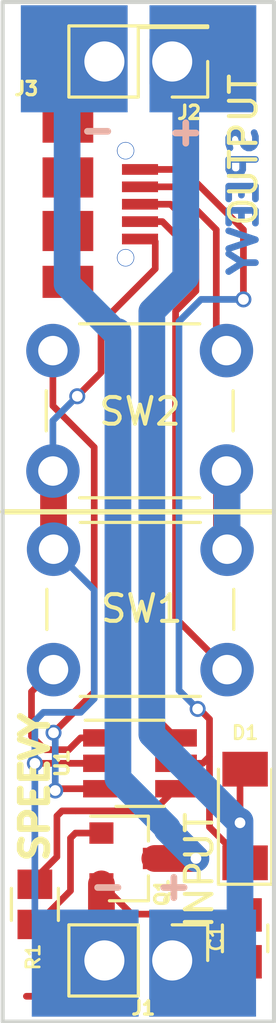
<source format=kicad_pcb>
(kicad_pcb (version 4) (host pcbnew 4.0.7)

  (general
    (links 29)
    (no_connects 8)
    (area 128.088999 65.9625 140.1755 104.2945)
    (thickness 1.6)
    (drawings 15)
    (tracks 132)
    (zones 0)
    (modules 10)
    (nets 12)
  )

  (page A4)
  (layers
    (0 F.Cu signal)
    (31 B.Cu signal)
    (32 B.Adhes user)
    (33 F.Adhes user)
    (34 B.Paste user)
    (35 F.Paste user)
    (36 B.SilkS user)
    (37 F.SilkS user)
    (38 B.Mask user)
    (39 F.Mask user)
    (40 Dwgs.User user)
    (41 Cmts.User user)
    (42 Eco1.User user)
    (43 Eco2.User user)
    (44 Edge.Cuts user)
    (45 Margin user)
    (46 B.CrtYd user)
    (47 F.CrtYd user)
    (48 B.Fab user)
    (49 F.Fab user)
  )

  (setup
    (last_trace_width 0.25)
    (user_trace_width 1)
    (trace_clearance 0.2)
    (zone_clearance 0.508)
    (zone_45_only no)
    (trace_min 0.2)
    (segment_width 0.2)
    (edge_width 0.15)
    (via_size 0.6)
    (via_drill 0.4)
    (via_min_size 0.4)
    (via_min_drill 0.3)
    (uvia_size 0.3)
    (uvia_drill 0.1)
    (uvias_allowed no)
    (uvia_min_size 0.2)
    (uvia_min_drill 0.1)
    (pcb_text_width 0.3)
    (pcb_text_size 1.5 1.5)
    (mod_edge_width 0.15)
    (mod_text_size 1 1)
    (mod_text_width 0.15)
    (pad_size 1.524 1.524)
    (pad_drill 0.762)
    (pad_to_mask_clearance 0.2)
    (aux_axis_origin 0 0)
    (grid_origin 128.27 104.14)
    (visible_elements 7FFFFFFF)
    (pcbplotparams
      (layerselection 0x010f0_80000001)
      (usegerberextensions false)
      (excludeedgelayer true)
      (linewidth 0.100000)
      (plotframeref false)
      (viasonmask false)
      (mode 1)
      (useauxorigin false)
      (hpglpennumber 1)
      (hpglpenspeed 20)
      (hpglpendiameter 15)
      (hpglpenoverlay 2)
      (psnegative false)
      (psa4output false)
      (plotreference true)
      (plotvalue true)
      (plotinvisibletext false)
      (padsonsilk false)
      (subtractmaskfromsilk false)
      (outputformat 1)
      (mirror false)
      (drillshape 0)
      (scaleselection 1)
      (outputdirectory ./))
  )

  (net 0 "")
  (net 1 VDD)
  (net 2 GNDD)
  (net 3 "Net-(J2-Pad2)")
  (net 4 "Net-(R1-Pad2)")
  (net 5 "Net-(J3-Pad2)")
  (net 6 "Net-(J3-Pad3)")
  (net 7 "Net-(J3-Pad4)")
  (net 8 "Net-(J3-Pad6)")
  (net 9 "Net-(Q1-Pad1)")
  (net 10 "Net-(C1-Pad2)")
  (net 11 "Net-(Q1-Pad3)")

  (net_class Default "This is the default net class."
    (clearance 0.2)
    (trace_width 0.25)
    (via_dia 0.6)
    (via_drill 0.4)
    (uvia_dia 0.3)
    (uvia_drill 0.1)
    (add_net GNDD)
    (add_net "Net-(C1-Pad2)")
    (add_net "Net-(J2-Pad2)")
    (add_net "Net-(J3-Pad2)")
    (add_net "Net-(J3-Pad3)")
    (add_net "Net-(J3-Pad4)")
    (add_net "Net-(J3-Pad6)")
    (add_net "Net-(Q1-Pad1)")
    (add_net "Net-(Q1-Pad3)")
    (add_net "Net-(R1-Pad2)")
    (add_net VDD)
  )

  (net_class power ""
    (clearance 0.2)
    (trace_width 1.27)
    (via_dia 0.6)
    (via_drill 0.4)
    (uvia_dia 0.3)
    (uvia_drill 0.1)
  )

  (module Pin_Headers:Pin_Header_Straight_2x01_Pitch2.54mm (layer F.Cu) (tedit 5E035006) (tstamp 5ABE7A15)
    (at 134.62 68.2625 180)
    (descr "Through hole straight pin header, 2x01, 2.54mm pitch, double rows")
    (tags "Through hole pin header THT 2x01 2.54mm double row")
    (path /5AB7E98F)
    (fp_text reference J2 (at -0.635 -1.905 180) (layer F.SilkS)
      (effects (font (size 0.5 0.5) (thickness 0.125)))
    )
    (fp_text value OUTPUT (at -2.667 -3.302 270) (layer F.SilkS)
      (effects (font (size 1 1) (thickness 0.15)))
    )
    (fp_line (start 0 -1.27) (end 3.81 -1.27) (layer F.Fab) (width 0.1))
    (fp_line (start 3.81 -1.27) (end 3.81 1.27) (layer F.Fab) (width 0.1))
    (fp_line (start 3.81 1.27) (end -1.27 1.27) (layer F.Fab) (width 0.1))
    (fp_line (start -1.27 1.27) (end -1.27 0) (layer F.Fab) (width 0.1))
    (fp_line (start -1.27 0) (end 0 -1.27) (layer F.Fab) (width 0.1))
    (fp_line (start -1.33 1.33) (end 3.87 1.33) (layer F.SilkS) (width 0.12))
    (fp_line (start -1.33 1.27) (end -1.33 1.33) (layer F.SilkS) (width 0.12))
    (fp_line (start 3.87 -1.33) (end 3.87 1.33) (layer F.SilkS) (width 0.12))
    (fp_line (start -1.33 1.27) (end 1.27 1.27) (layer F.SilkS) (width 0.12))
    (fp_line (start 1.27 1.27) (end 1.27 -1.33) (layer F.SilkS) (width 0.12))
    (fp_line (start 1.27 -1.33) (end 3.87 -1.33) (layer F.SilkS) (width 0.12))
    (fp_line (start -1.33 0) (end -1.33 -1.33) (layer F.SilkS) (width 0.12))
    (fp_line (start -1.33 -1.33) (end 0 -1.33) (layer F.SilkS) (width 0.12))
    (fp_line (start -1.8 -1.8) (end -1.8 1.8) (layer F.CrtYd) (width 0.05))
    (fp_line (start -1.8 1.8) (end 4.35 1.8) (layer F.CrtYd) (width 0.05))
    (fp_line (start 4.35 1.8) (end 4.35 -1.8) (layer F.CrtYd) (width 0.05))
    (fp_line (start 4.35 -1.8) (end -1.8 -1.8) (layer F.CrtYd) (width 0.05))
    (fp_text user %R (at -0.635 -1.905 360) (layer F.Fab)
      (effects (font (size 0.5 0.5) (thickness 0.125)))
    )
    (pad 1 thru_hole rect (at 0 0 180) (size 1.7 1.7) (drill 1.5) (layers *.Cu *.Mask)
      (net 1 VDD))
    (pad 2 thru_hole oval (at 2.54 0 180) (size 1.7 1.7) (drill 1.5) (layers *.Cu *.Mask)
      (net 3 "Net-(J2-Pad2)"))
    (pad 1 smd rect (at -1.15 0.1 180) (size 4 4) (layers B.Cu B.Paste B.Mask)
      (net 1 VDD))
    (pad 2 smd rect (at 3.67 0.1 180) (size 4 4) (layers B.Cu B.Paste B.Mask)
      (net 3 "Net-(J2-Pad2)"))
    (model ${KISYS3DMOD}/Pin_Headers.3dshapes/Pin_Header_Straight_2x01_Pitch2.54mm.wrl
      (at (xyz 0 0 0))
      (scale (xyz 1 1 1))
      (rotate (xyz 0 0 0))
    )
  )

  (module Pin_Headers:Pin_Header_Straight_1x02_Pitch2.54mm (layer F.Cu) (tedit 5E034FAA) (tstamp 5ABE79FD)
    (at 134.62 101.854 270)
    (descr "Through hole straight pin header, 1x02, 2.54mm pitch, single row")
    (tags "Through hole pin header THT 1x02 2.54mm single row")
    (path /5AB7E920)
    (fp_text reference J1 (at 1.778 1.0795 360) (layer F.SilkS)
      (effects (font (size 0.5 0.5) (thickness 0.125)))
    )
    (fp_text value INPUT (at -3.3655 -1.016 270) (layer F.SilkS)
      (effects (font (size 1 1) (thickness 0.15)))
    )
    (fp_line (start -0.635 -1.27) (end 1.27 -1.27) (layer F.Fab) (width 0.1))
    (fp_line (start 1.27 -1.27) (end 1.27 3.81) (layer F.Fab) (width 0.1))
    (fp_line (start 1.27 3.81) (end -1.27 3.81) (layer F.Fab) (width 0.1))
    (fp_line (start -1.27 3.81) (end -1.27 -0.635) (layer F.Fab) (width 0.1))
    (fp_line (start -1.27 -0.635) (end -0.635 -1.27) (layer F.Fab) (width 0.1))
    (fp_line (start -1.33 3.87) (end 1.33 3.87) (layer F.SilkS) (width 0.12))
    (fp_line (start -1.33 1.27) (end -1.33 3.87) (layer F.SilkS) (width 0.12))
    (fp_line (start 1.33 1.27) (end 1.33 3.87) (layer F.SilkS) (width 0.12))
    (fp_line (start -1.33 1.27) (end 1.33 1.27) (layer F.SilkS) (width 0.12))
    (fp_line (start -1.33 0) (end -1.33 -1.33) (layer F.SilkS) (width 0.12))
    (fp_line (start -1.33 -1.33) (end 0 -1.33) (layer F.SilkS) (width 0.12))
    (fp_line (start -1.8 -1.8) (end -1.8 4.35) (layer F.CrtYd) (width 0.05))
    (fp_line (start -1.8 4.35) (end 1.8 4.35) (layer F.CrtYd) (width 0.05))
    (fp_line (start 1.8 4.35) (end 1.8 -1.8) (layer F.CrtYd) (width 0.05))
    (fp_line (start 1.8 -1.8) (end -1.8 -1.8) (layer F.CrtYd) (width 0.05))
    (fp_text user %R (at 1.778 1.0795 360) (layer F.Fab)
      (effects (font (size 0.5 0.5) (thickness 0.125)))
    )
    (pad 2 smd rect (at 0.1 3.26 270) (size 4 4) (layers B.Cu B.Paste B.Mask)
      (net 2 GNDD))
    (pad 1 thru_hole rect (at 0 0 270) (size 1.7 1.7) (drill 1.5) (layers *.Cu *.Mask)
      (net 1 VDD))
    (pad 2 thru_hole oval (at 0 2.54 270) (size 1.7 1.7) (drill 1.5) (layers *.Cu *.Mask)
      (net 2 GNDD))
    (pad 1 smd rect (at 0.1 -1.14 270) (size 4 4) (layers B.Cu B.Paste B.Mask)
      (net 1 VDD))
    (model ${KISYS3DMOD}/Pin_Headers.3dshapes/Pin_Header_Straight_1x02_Pitch2.54mm.wrl
      (at (xyz 0 0 0))
      (scale (xyz 1 1 1))
      (rotate (xyz 0 0 0))
    )
  )

  (module Resistors_SMD:R_0805 (layer F.Cu) (tedit 5E03479D) (tstamp 5DF3B5C2)
    (at 129.4765 99.7585 90)
    (descr "Resistor SMD 0805, reflow soldering, Vishay (see dcrcw.pdf)")
    (tags "resistor 0805")
    (path /5AB7E7DA)
    (attr smd)
    (fp_text reference R1 (at -1.9685 -0.0635 90) (layer F.SilkS)
      (effects (font (size 0.5 0.5) (thickness 0.1)))
    )
    (fp_text value 10K (at 0 1.75 90) (layer F.Fab) hide
      (effects (font (size 1 1) (thickness 0.15)))
    )
    (fp_text user %R (at -1.9685 -0.0635 270) (layer F.Fab)
      (effects (font (size 0.5 0.5) (thickness 0.075)))
    )
    (fp_line (start -1 0.62) (end -1 -0.62) (layer F.Fab) (width 0.1))
    (fp_line (start 1 0.62) (end -1 0.62) (layer F.Fab) (width 0.1))
    (fp_line (start 1 -0.62) (end 1 0.62) (layer F.Fab) (width 0.1))
    (fp_line (start -1 -0.62) (end 1 -0.62) (layer F.Fab) (width 0.1))
    (fp_line (start 0.6 0.88) (end -0.6 0.88) (layer F.SilkS) (width 0.12))
    (fp_line (start -0.6 -0.88) (end 0.6 -0.88) (layer F.SilkS) (width 0.12))
    (fp_line (start -1.55 -0.9) (end 1.55 -0.9) (layer F.CrtYd) (width 0.05))
    (fp_line (start -1.55 -0.9) (end -1.55 0.9) (layer F.CrtYd) (width 0.05))
    (fp_line (start 1.55 0.9) (end 1.55 -0.9) (layer F.CrtYd) (width 0.05))
    (fp_line (start 1.55 0.9) (end -1.55 0.9) (layer F.CrtYd) (width 0.05))
    (pad 1 smd rect (at -0.75 0 90) (size 1.1 1.3) (layers F.Cu F.Paste F.Mask)
      (net 9 "Net-(Q1-Pad1)"))
    (pad 2 smd rect (at 0.75 0 90) (size 1.1 1.3) (layers F.Cu F.Paste F.Mask)
      (net 4 "Net-(R1-Pad2)"))
    (model ${KISYS3DMOD}/Resistors_SMD.3dshapes/R_0805.wrl
      (at (xyz 0 0 0))
      (scale (xyz 1 1 1))
      (rotate (xyz 0 0 0))
    )
  )

  (module Capacitors_SMD:C_0805 (layer F.Cu) (tedit 5E034639) (tstamp 5ABEAB39)
    (at 137.3505 101.0285 90)
    (descr "Capacitor SMD 0805, reflow soldering, AVX (see smccp.pdf)")
    (tags "capacitor 0805")
    (path /5ABEA9EA)
    (attr smd)
    (fp_text reference C1 (at 0 -1.0795 90) (layer F.SilkS)
      (effects (font (size 0.5 0.5) (thickness 0.1)))
    )
    (fp_text value 100nF (at 0 1.75 90) (layer F.Fab) hide
      (effects (font (size 1 1) (thickness 0.15)))
    )
    (fp_text user %R (at 0 -1.0795 90) (layer F.Fab)
      (effects (font (size 0.5 0.5) (thickness 0.1)))
    )
    (fp_line (start -1 0.62) (end -1 -0.62) (layer F.Fab) (width 0.1))
    (fp_line (start 1 0.62) (end -1 0.62) (layer F.Fab) (width 0.1))
    (fp_line (start 1 -0.62) (end 1 0.62) (layer F.Fab) (width 0.1))
    (fp_line (start -1 -0.62) (end 1 -0.62) (layer F.Fab) (width 0.1))
    (fp_line (start 0.5 -0.85) (end -0.5 -0.85) (layer F.SilkS) (width 0.12))
    (fp_line (start -0.5 0.85) (end 0.5 0.85) (layer F.SilkS) (width 0.12))
    (fp_line (start -1.75 -0.88) (end 1.75 -0.88) (layer F.CrtYd) (width 0.05))
    (fp_line (start -1.75 -0.88) (end -1.75 0.87) (layer F.CrtYd) (width 0.05))
    (fp_line (start 1.75 0.87) (end 1.75 -0.88) (layer F.CrtYd) (width 0.05))
    (fp_line (start 1.75 0.87) (end -1.75 0.87) (layer F.CrtYd) (width 0.05))
    (pad 1 smd rect (at -0.875 0 90) (size 1.25 1.25) (layers F.Cu F.Paste F.Mask)
      (net 2 GNDD))
    (pad 2 smd rect (at 0.875 0 90) (size 1.25 1.25) (layers F.Cu F.Paste F.Mask)
      (net 10 "Net-(C1-Pad2)"))
    (model Capacitors_SMD.3dshapes/C_0805.wrl
      (at (xyz 0 0 0))
      (scale (xyz 1 1 1))
      (rotate (xyz 0 0 0))
    )
  )

  (module Connectors_USB:USB_Micro-B_Molex-105017-0001 (layer F.Cu) (tedit 5DF50117) (tstamp 5AC1C41B)
    (at 131.064 73.5965 270)
    (descr http://www.molex.com/pdm_docs/sd/1050170001_sd.pdf)
    (tags "Micro-USB SMD Typ-B")
    (path /5ABE74D3)
    (attr smd)
    (fp_text reference J3 (at -4.318 1.905 360) (layer F.SilkS)
      (effects (font (size 0.5 0.5) (thickness 0.125)))
    )
    (fp_text value USB_OTG (at 2.54 -4.191 270) (layer F.Fab) hide
      (effects (font (size 0.5 0.5) (thickness 0.125)))
    )
    (fp_line (start -4.4 2.75) (end 4.4 2.75) (layer F.CrtYd) (width 0.05))
    (fp_line (start 4.4 -3.35) (end 4.4 2.75) (layer F.CrtYd) (width 0.05))
    (fp_line (start -4.4 -3.35) (end 4.4 -3.35) (layer F.CrtYd) (width 0.05))
    (fp_line (start -4.4 2.75) (end -4.4 -3.35) (layer F.CrtYd) (width 0.05))
    (fp_text user "PCB Edge" (at 0 1.8 270) (layer Dwgs.User)
      (effects (font (size 0.5 0.5) (thickness 0.08)))
    )
    (fp_line (start 3.75 2.5) (end 3.75 -2.5) (layer F.Fab) (width 0.1))
    (fp_line (start -3 1.801704) (end 3 1.801704) (layer F.Fab) (width 0.1))
    (fp_line (start -3.75 2.501704) (end 3.75 2.501704) (layer F.Fab) (width 0.1))
    (fp_line (start -3.75 -2.5) (end 3.75 -2.5) (layer F.Fab) (width 0.1))
    (fp_line (start -3.75 2.5) (end -3.75 -2.5) (layer F.Fab) (width 0.1))
    (fp_text user %R (at -4.318 1.905 360) (layer F.Fab)
      (effects (font (size 0.5 0.5) (thickness 0.125)))
    )
    (fp_line (start -1.3 -2.6) (end -1.5 -2.8) (layer F.Fab) (width 0.1))
    (fp_line (start -1.1 -2.8) (end -1.3 -2.6) (layer F.Fab) (width 0.1))
    (fp_line (start -1.5 -3.01) (end -1.1 -3.01) (layer F.Fab) (width 0.1))
    (fp_line (start -1.5 -3.01) (end -1.5 -2.8) (layer F.Fab) (width 0.1))
    (fp_line (start -1.1 -3.01) (end -1.1 -2.8) (layer F.Fab) (width 0.1))
    (pad 6 thru_hole circle (at -2 -1.81 270) (size 0.65 0.65) (drill 0.6) (layers *.Cu *.Mask)
      (net 8 "Net-(J3-Pad6)"))
    (pad 6 smd rect (at 1 0.35 270) (size 1.5 1.9) (layers F.Cu F.Paste F.Mask)
      (net 8 "Net-(J3-Pad6)"))
    (pad 2 smd rect (at -0.65 -2.35 270) (size 0.4 1.35) (layers F.Cu F.Paste F.Mask)
      (net 5 "Net-(J3-Pad2)"))
    (pad 1 smd rect (at -1.3 -2.35 270) (size 0.4 1.35) (layers F.Cu F.Paste F.Mask)
      (net 10 "Net-(C1-Pad2)"))
    (pad 5 smd rect (at 1.3 -2.35 270) (size 0.4 1.35) (layers F.Cu F.Paste F.Mask)
      (net 2 GNDD))
    (pad 4 smd rect (at 0.65 -2.35 270) (size 0.4 1.35) (layers F.Cu F.Paste F.Mask)
      (net 7 "Net-(J3-Pad4)"))
    (pad 3 smd rect (at 0 -2.35 270) (size 0.4 1.35) (layers F.Cu F.Paste F.Mask)
      (net 6 "Net-(J3-Pad3)"))
    (pad 6 smd rect (at -1 0.35 270) (size 1.5 1.9) (layers F.Cu F.Paste F.Mask)
      (net 8 "Net-(J3-Pad6)"))
    (pad 6 smd rect (at 2.9 0.35 270) (size 1.2 1.9) (layers F.Cu F.Mask)
      (net 8 "Net-(J3-Pad6)"))
    (pad 6 smd rect (at -2.9 0.35 270) (size 1.2 1.9) (layers F.Cu F.Mask)
      (net 8 "Net-(J3-Pad6)"))
    (pad 6 thru_hole circle (at 2 -1.81 270) (size 0.65 0.65) (drill 0.6) (layers *.Cu *.Mask)
      (net 8 "Net-(J3-Pad6)"))
    (model ${KISYS3DMOD}/Connectors_USB.3dshapes/USB_Micro-B_Molex-105017-0001.wrl
      (at (xyz 0 0 0))
      (scale (xyz 1 1 1))
      (rotate (xyz 0 0 0))
    )
  )

  (module TO_SOT_Packages_SMD:SOT-23 (layer F.Cu) (tedit 5DF529EC) (tstamp 5ABE7A59)
    (at 132.969 98.044)
    (descr "SOT-23, Standard")
    (tags SOT-23)
    (path /5ABE72C7)
    (attr smd)
    (fp_text reference Q1 (at 1.27 1.27 90) (layer F.SilkS)
      (effects (font (size 0.5 0.5) (thickness 0.125)))
    )
    (fp_text value SI2306 (at -2.413 -0.127 90) (layer F.Fab) hide
      (effects (font (size 0.7 0.7) (thickness 0.15)))
    )
    (fp_text user %R (at 1.27 1.27 90) (layer F.Fab)
      (effects (font (size 0.5 0.5) (thickness 0.075)))
    )
    (fp_line (start -0.7 -0.95) (end -0.7 1.5) (layer F.Fab) (width 0.1))
    (fp_line (start -0.15 -1.52) (end 0.7 -1.52) (layer F.Fab) (width 0.1))
    (fp_line (start -0.7 -0.95) (end -0.15 -1.52) (layer F.Fab) (width 0.1))
    (fp_line (start 0.7 -1.52) (end 0.7 1.52) (layer F.Fab) (width 0.1))
    (fp_line (start -0.7 1.52) (end 0.7 1.52) (layer F.Fab) (width 0.1))
    (fp_line (start 0.76 1.58) (end 0.76 0.65) (layer F.SilkS) (width 0.12))
    (fp_line (start 0.76 -1.58) (end 0.76 -0.65) (layer F.SilkS) (width 0.12))
    (fp_line (start -1.7 -1.75) (end 1.7 -1.75) (layer F.CrtYd) (width 0.05))
    (fp_line (start 1.7 -1.75) (end 1.7 1.75) (layer F.CrtYd) (width 0.05))
    (fp_line (start 1.7 1.75) (end -1.7 1.75) (layer F.CrtYd) (width 0.05))
    (fp_line (start -1.7 1.75) (end -1.7 -1.75) (layer F.CrtYd) (width 0.05))
    (fp_line (start 0.76 -1.58) (end -1.4 -1.58) (layer F.SilkS) (width 0.12))
    (fp_line (start 0.76 1.58) (end -0.7 1.58) (layer F.SilkS) (width 0.12))
    (pad 1 smd rect (at -1 -0.95) (size 0.9 0.8) (layers F.Cu F.Paste F.Mask)
      (net 9 "Net-(Q1-Pad1)"))
    (pad 2 smd rect (at -1 0.95) (size 0.9 0.8) (layers F.Cu F.Paste F.Mask)
      (net 2 GNDD))
    (pad 3 smd rect (at 1 0) (size 0.9 0.8) (layers F.Cu F.Paste F.Mask)
      (net 11 "Net-(Q1-Pad3)"))
    (model ${KISYS3DMOD}/TO_SOT_Packages_SMD.3dshapes/SOT-23.wrl
      (at (xyz 0 0 0))
      (scale (xyz 1 1 1))
      (rotate (xyz 0 0 0))
    )
  )

  (module TO_SOT_Packages_SMD:SOT-23-6_Handsoldering (layer F.Cu) (tedit 5DF529F3) (tstamp 5ABE7B94)
    (at 133.4135 94.488)
    (descr "6-pin SOT-23 package, Handsoldering")
    (tags "SOT-23-6 Handsoldering")
    (path /5AB7E516)
    (attr smd)
    (fp_text reference U1 (at -2.921 0 90) (layer F.SilkS)
      (effects (font (size 0.5 0.5) (thickness 0.125)))
    )
    (fp_text value PIC10F200-IP (at -2.794 -0.381 90) (layer F.Fab) hide
      (effects (font (size 0.7 0.7) (thickness 0.15)))
    )
    (fp_text user %R (at -2.921 0 90) (layer F.Fab)
      (effects (font (size 0.5 0.5) (thickness 0.075)))
    )
    (fp_line (start -0.9 1.61) (end 0.9 1.61) (layer F.SilkS) (width 0.12))
    (fp_line (start 0.9 -1.61) (end -2.05 -1.61) (layer F.SilkS) (width 0.12))
    (fp_line (start -2.4 1.8) (end -2.4 -1.8) (layer F.CrtYd) (width 0.05))
    (fp_line (start 2.4 1.8) (end -2.4 1.8) (layer F.CrtYd) (width 0.05))
    (fp_line (start 2.4 -1.8) (end 2.4 1.8) (layer F.CrtYd) (width 0.05))
    (fp_line (start -2.4 -1.8) (end 2.4 -1.8) (layer F.CrtYd) (width 0.05))
    (fp_line (start -0.9 -0.9) (end -0.25 -1.55) (layer F.Fab) (width 0.1))
    (fp_line (start 0.9 -1.55) (end -0.25 -1.55) (layer F.Fab) (width 0.1))
    (fp_line (start -0.9 -0.9) (end -0.9 1.55) (layer F.Fab) (width 0.1))
    (fp_line (start 0.9 1.55) (end -0.9 1.55) (layer F.Fab) (width 0.1))
    (fp_line (start 0.9 -1.55) (end 0.9 1.55) (layer F.Fab) (width 0.1))
    (pad 1 smd rect (at -1.35 -0.95) (size 1.56 0.65) (layers F.Cu F.Paste F.Mask)
      (net 6 "Net-(J3-Pad3)"))
    (pad 2 smd rect (at -1.35 0) (size 1.56 0.65) (layers F.Cu F.Paste F.Mask)
      (net 2 GNDD))
    (pad 3 smd rect (at -1.35 0.95) (size 1.56 0.65) (layers F.Cu F.Paste F.Mask)
      (net 5 "Net-(J3-Pad2)"))
    (pad 4 smd rect (at 1.35 0.95) (size 1.56 0.65) (layers F.Cu F.Paste F.Mask)
      (net 4 "Net-(R1-Pad2)"))
    (pad 6 smd rect (at 1.35 -0.95) (size 1.56 0.65) (layers F.Cu F.Paste F.Mask)
      (net 7 "Net-(J3-Pad4)"))
    (pad 5 smd rect (at 1.35 0) (size 1.56 0.65) (layers F.Cu F.Paste F.Mask)
      (net 10 "Net-(C1-Pad2)"))
    (model ${KISYS3DMOD}/TO_SOT_Packages_SMD.3dshapes/SOT-23-6.wrl
      (at (xyz 0 0 0))
      (scale (xyz 1 1 1))
      (rotate (xyz 0 0 0))
    )
  )

  (module Buttons_Switches_THT:SW_PUSH_6mm_h7.3mm (layer F.Cu) (tedit 5DF529A6) (tstamp 5AC3F31A)
    (at 130.175 86.487)
    (descr "tactile push button, 6x6mm e.g. PHAP33xx series, height=7.3mm")
    (tags "tact sw push 6mm")
    (path /5AB7E63F)
    (fp_text reference SW1 (at 3.302 2.2225) (layer F.SilkS)
      (effects (font (size 1 1) (thickness 0.15)))
    )
    (fp_text value "SW DOWN" (at 3.175 3.175) (layer F.Fab)
      (effects (font (size 0.5 0.5) (thickness 0.125)))
    )
    (fp_text user %R (at 3.25 2.25) (layer F.Fab)
      (effects (font (size 1 1) (thickness 0.15)))
    )
    (fp_line (start 3.25 -0.75) (end 6.25 -0.75) (layer F.Fab) (width 0.1))
    (fp_line (start 6.25 -0.75) (end 6.25 5.25) (layer F.Fab) (width 0.1))
    (fp_line (start 6.25 5.25) (end 0.25 5.25) (layer F.Fab) (width 0.1))
    (fp_line (start 0.25 5.25) (end 0.25 -0.75) (layer F.Fab) (width 0.1))
    (fp_line (start 0.25 -0.75) (end 3.25 -0.75) (layer F.Fab) (width 0.1))
    (fp_line (start 7.75 6) (end 8 6) (layer F.CrtYd) (width 0.05))
    (fp_line (start 8 6) (end 8 5.75) (layer F.CrtYd) (width 0.05))
    (fp_line (start 7.75 -1.5) (end 8 -1.5) (layer F.CrtYd) (width 0.05))
    (fp_line (start 8 -1.5) (end 8 -1.25) (layer F.CrtYd) (width 0.05))
    (fp_line (start -1.5 -1.25) (end -1.5 -1.5) (layer F.CrtYd) (width 0.05))
    (fp_line (start -1.5 -1.5) (end -1.25 -1.5) (layer F.CrtYd) (width 0.05))
    (fp_line (start -1.5 5.75) (end -1.5 6) (layer F.CrtYd) (width 0.05))
    (fp_line (start -1.5 6) (end -1.25 6) (layer F.CrtYd) (width 0.05))
    (fp_line (start -1.25 -1.5) (end 7.75 -1.5) (layer F.CrtYd) (width 0.05))
    (fp_line (start -1.5 5.75) (end -1.5 -1.25) (layer F.CrtYd) (width 0.05))
    (fp_line (start 7.75 6) (end -1.25 6) (layer F.CrtYd) (width 0.05))
    (fp_line (start 8 -1.25) (end 8 5.75) (layer F.CrtYd) (width 0.05))
    (fp_line (start 1 5.5) (end 5.5 5.5) (layer F.SilkS) (width 0.12))
    (fp_line (start -0.25 1.5) (end -0.25 3) (layer F.SilkS) (width 0.12))
    (fp_line (start 5.5 -1) (end 1 -1) (layer F.SilkS) (width 0.12))
    (fp_line (start 6.75 3) (end 6.75 1.5) (layer F.SilkS) (width 0.12))
    (fp_circle (center 3.25 2.25) (end 1.25 2.5) (layer F.Fab) (width 0.1))
    (pad 2 thru_hole circle (at 0 4.5 90) (size 2 2) (drill 1.1) (layers *.Cu *.Mask)
      (net 6 "Net-(J3-Pad3)"))
    (pad 1 thru_hole circle (at 0 0 90) (size 2 2) (drill 1.1) (layers *.Cu *.Mask)
      (net 2 GNDD))
    (pad 2 thru_hole circle (at 6.5 4.5 90) (size 2 2) (drill 1.1) (layers *.Cu *.Mask)
      (net 6 "Net-(J3-Pad3)"))
    (pad 1 thru_hole circle (at 6.5 0 90) (size 2 2) (drill 1.1) (layers *.Cu *.Mask)
      (net 2 GNDD))
    (model ${KISYS3DMOD}/Buttons_Switches_THT.3dshapes/SW_PUSH_6mm_h7.3mm.wrl
      (at (xyz 0.005 0 0))
      (scale (xyz 0.3937 0.3937 0.3937))
      (rotate (xyz 0 0 0))
    )
  )

  (module Buttons_Switches_THT:SW_PUSH_6mm_h7.3mm (layer F.Cu) (tedit 5DF529AE) (tstamp 5AC3F339)
    (at 136.652 83.566 180)
    (descr "tactile push button, 6x6mm e.g. PHAP33xx series, height=7.3mm")
    (tags "tact sw push 6mm")
    (path /5AB7E6A8)
    (fp_text reference SW2 (at 3.2385 2.2225 180) (layer F.SilkS)
      (effects (font (size 1 1) (thickness 0.15)))
    )
    (fp_text value "SW UP" (at 3.3655 3.302 180) (layer F.Fab)
      (effects (font (size 0.5 0.5) (thickness 0.125)))
    )
    (fp_text user %R (at 3.25 2.25 180) (layer F.Fab)
      (effects (font (size 1 1) (thickness 0.15)))
    )
    (fp_line (start 3.25 -0.75) (end 6.25 -0.75) (layer F.Fab) (width 0.1))
    (fp_line (start 6.25 -0.75) (end 6.25 5.25) (layer F.Fab) (width 0.1))
    (fp_line (start 6.25 5.25) (end 0.25 5.25) (layer F.Fab) (width 0.1))
    (fp_line (start 0.25 5.25) (end 0.25 -0.75) (layer F.Fab) (width 0.1))
    (fp_line (start 0.25 -0.75) (end 3.25 -0.75) (layer F.Fab) (width 0.1))
    (fp_line (start 7.75 6) (end 8 6) (layer F.CrtYd) (width 0.05))
    (fp_line (start 8 6) (end 8 5.75) (layer F.CrtYd) (width 0.05))
    (fp_line (start 7.75 -1.5) (end 8 -1.5) (layer F.CrtYd) (width 0.05))
    (fp_line (start 8 -1.5) (end 8 -1.25) (layer F.CrtYd) (width 0.05))
    (fp_line (start -1.5 -1.25) (end -1.5 -1.5) (layer F.CrtYd) (width 0.05))
    (fp_line (start -1.5 -1.5) (end -1.25 -1.5) (layer F.CrtYd) (width 0.05))
    (fp_line (start -1.5 5.75) (end -1.5 6) (layer F.CrtYd) (width 0.05))
    (fp_line (start -1.5 6) (end -1.25 6) (layer F.CrtYd) (width 0.05))
    (fp_line (start -1.25 -1.5) (end 7.75 -1.5) (layer F.CrtYd) (width 0.05))
    (fp_line (start -1.5 5.75) (end -1.5 -1.25) (layer F.CrtYd) (width 0.05))
    (fp_line (start 7.75 6) (end -1.25 6) (layer F.CrtYd) (width 0.05))
    (fp_line (start 8 -1.25) (end 8 5.75) (layer F.CrtYd) (width 0.05))
    (fp_line (start 1 5.5) (end 5.5 5.5) (layer F.SilkS) (width 0.12))
    (fp_line (start -0.25 1.5) (end -0.25 3) (layer F.SilkS) (width 0.12))
    (fp_line (start 5.5 -1) (end 1 -1) (layer F.SilkS) (width 0.12))
    (fp_line (start 6.75 3) (end 6.75 1.5) (layer F.SilkS) (width 0.12))
    (fp_circle (center 3.25 2.25) (end 1.25 2.5) (layer F.Fab) (width 0.1))
    (pad 2 thru_hole circle (at 0 4.5 270) (size 2 2) (drill 1.1) (layers *.Cu *.Mask)
      (net 5 "Net-(J3-Pad2)"))
    (pad 1 thru_hole circle (at 0 0 270) (size 2 2) (drill 1.1) (layers *.Cu *.Mask)
      (net 2 GNDD))
    (pad 2 thru_hole circle (at 6.5 4.5 270) (size 2 2) (drill 1.1) (layers *.Cu *.Mask)
      (net 5 "Net-(J3-Pad2)"))
    (pad 1 thru_hole circle (at 6.5 0 270) (size 2 2) (drill 1.1) (layers *.Cu *.Mask)
      (net 2 GNDD))
    (model ${KISYS3DMOD}/Buttons_Switches_THT.3dshapes/SW_PUSH_6mm_h7.3mm.wrl
      (at (xyz 0.005 0 0))
      (scale (xyz 0.3937 0.3937 0.3937))
      (rotate (xyz 0 0 0))
    )
  )

  (module Diodes_SMD:D_MiniMELF (layer F.Cu) (tedit 5DF52A04) (tstamp 5DF3A612)
    (at 137.3505 96.4565 90)
    (descr "Diode Mini-MELF")
    (tags "Diode Mini-MELF")
    (path /5DF3A479)
    (attr smd)
    (fp_text reference D1 (at 3.1115 0 180) (layer F.SilkS)
      (effects (font (size 0.5 0.5) (thickness 0.1)))
    )
    (fp_text value 1N4148 (at 0 1.75 90) (layer F.Fab) hide
      (effects (font (size 1 1) (thickness 0.15)))
    )
    (fp_text user %R (at 3.1115 0 180) (layer F.Fab)
      (effects (font (size 0.5 0.5) (thickness 0.1)))
    )
    (fp_line (start 1.75 -1) (end -2.55 -1) (layer F.SilkS) (width 0.12))
    (fp_line (start -2.55 -1) (end -2.55 1) (layer F.SilkS) (width 0.12))
    (fp_line (start -2.55 1) (end 1.75 1) (layer F.SilkS) (width 0.12))
    (fp_line (start 1.65 -0.8) (end 1.65 0.8) (layer F.Fab) (width 0.1))
    (fp_line (start 1.65 0.8) (end -1.65 0.8) (layer F.Fab) (width 0.1))
    (fp_line (start -1.65 0.8) (end -1.65 -0.8) (layer F.Fab) (width 0.1))
    (fp_line (start -1.65 -0.8) (end 1.65 -0.8) (layer F.Fab) (width 0.1))
    (fp_line (start 0.25 0) (end 0.75 0) (layer F.Fab) (width 0.1))
    (fp_line (start 0.25 0.4) (end -0.35 0) (layer F.Fab) (width 0.1))
    (fp_line (start 0.25 -0.4) (end 0.25 0.4) (layer F.Fab) (width 0.1))
    (fp_line (start -0.35 0) (end 0.25 -0.4) (layer F.Fab) (width 0.1))
    (fp_line (start -0.35 0) (end -0.35 0.55) (layer F.Fab) (width 0.1))
    (fp_line (start -0.35 0) (end -0.35 -0.55) (layer F.Fab) (width 0.1))
    (fp_line (start -0.75 0) (end -0.35 0) (layer F.Fab) (width 0.1))
    (fp_line (start -2.65 -1.1) (end 2.65 -1.1) (layer F.CrtYd) (width 0.05))
    (fp_line (start 2.65 -1.1) (end 2.65 1.1) (layer F.CrtYd) (width 0.05))
    (fp_line (start 2.65 1.1) (end -2.65 1.1) (layer F.CrtYd) (width 0.05))
    (fp_line (start -2.65 1.1) (end -2.65 -1.1) (layer F.CrtYd) (width 0.05))
    (pad 1 smd rect (at -1.75 0 90) (size 1.3 1.7) (layers F.Cu F.Paste F.Mask)
      (net 10 "Net-(C1-Pad2)"))
    (pad 2 smd rect (at 1.75 0 90) (size 1.3 1.7) (layers F.Cu F.Paste F.Mask)
      (net 1 VDD))
    (model ${KISYS3DMOD}/Diodes_SMD.3dshapes/D_MiniMELF.wrl
      (at (xyz 0 0 0))
      (scale (xyz 1 1 1))
      (rotate (xyz 0 0 0))
    )
  )

  (gr_text - (at 131.826 70.8025) (layer B.SilkS)
    (effects (font (size 1 1) (thickness 0.25)))
  )
  (gr_text + (at 135.128 70.866) (layer B.SilkS)
    (effects (font (size 1 1) (thickness 0.25)))
  )
  (gr_text - (at 132.207 99.06) (layer B.SilkS)
    (effects (font (size 1 1) (thickness 0.25)))
  )
  (gr_text + (at 134.6835 99.06) (layer B.SilkS)
    (effects (font (size 1 1) (thickness 0.25)))
  )
  (gr_text SPEEVY (at 137.287 73.4695 90) (layer B.Cu)
    (effects (font (size 1 1) (thickness 0.25)) (justify mirror))
  )
  (gr_text + (at 137.16 103.124) (layer F.Cu)
    (effects (font (size 1 1) (thickness 0.25)))
  )
  (gr_text SPEEVY (at 129.4765 95.377 90) (layer F.SilkS)
    (effects (font (size 1 1) (thickness 0.25)))
  )
  (gr_text + (at 137.16 67.056) (layer F.Cu)
    (effects (font (size 1 1) (thickness 0.25)))
  )
  (gr_text - (at 129.54 67.056) (layer F.Cu)
    (effects (font (size 1 1) (thickness 0.25)))
  )
  (gr_text - (at 129.54 103.124) (layer F.Cu)
    (effects (font (size 1 1) (thickness 0.25)))
  )
  (gr_line (start 128.27 85.09) (end 138.43 85.09) (angle 90) (layer F.SilkS) (width 0.2))
  (gr_line (start 138.43 66.04) (end 128.27 66.04) (angle 90) (layer Edge.Cuts) (width 0.15))
  (gr_line (start 138.43 104.14) (end 138.43 66.04) (angle 90) (layer Edge.Cuts) (width 0.15))
  (gr_line (start 128.27 104.14) (end 138.43 104.14) (angle 90) (layer Edge.Cuts) (width 0.15))
  (gr_line (start 128.27 66.04) (end 128.27 104.14) (angle 90) (layer Edge.Cuts) (width 0.15))

  (segment (start 137.16 96.7105) (end 137.16 94.897) (width 0.25) (layer F.Cu) (net 1))
  (segment (start 137.16 94.897) (end 137.3505 94.7065) (width 0.25) (layer F.Cu) (net 1) (tstamp 5DF52849))
  (segment (start 137.16 96.7105) (end 137.12825 96.67875) (width 0.25) (layer B.Cu) (net 1) (tstamp 5DF5282B))
  (via (at 137.16 96.7105) (size 0.6) (drill 0.4) (layers F.Cu B.Cu) (net 1))
  (segment (start 135.128 76.2) (end 135.128 76.327) (width 1) (layer B.Cu) (net 1))
  (segment (start 135.128 68.8975) (end 135.128 76.2) (width 1) (layer B.Cu) (net 1) (tstamp 5DF3B13C) (status 10))
  (segment (start 133.858 93.4085) (end 137.12825 96.67875) (width 1) (layer B.Cu) (net 1) (tstamp 5DF50C7B))
  (segment (start 133.858 77.597) (end 133.858 93.4085) (width 1) (layer B.Cu) (net 1) (tstamp 5DF50C6D))
  (segment (start 135.128 76.327) (end 133.858 77.597) (width 1) (layer B.Cu) (net 1) (tstamp 5DF50C61))
  (segment (start 137.16 101.727) (end 137.16 96.647) (width 1) (layer B.Cu) (net 1) (tstamp 5AC1C7D8) (status 10))
  (segment (start 134.62 68.2625) (end 134.62 68.3895) (width 1) (layer B.Cu) (net 1) (status 30))
  (segment (start 134.62 68.3895) (end 135.128 68.8975) (width 1) (layer B.Cu) (net 1) (tstamp 5DF3B135) (status 30))
  (segment (start 134.62 101.981) (end 136.906 101.981) (width 1) (layer B.Cu) (net 1) (status 30))
  (segment (start 136.906 101.981) (end 137.16 101.727) (width 1) (layer B.Cu) (net 1) (tstamp 5AC1C828) (status 30))
  (segment (start 133.731 100.1235) (end 135.4455 100.1235) (width 0.25) (layer F.Cu) (net 2))
  (segment (start 135.4455 100.1235) (end 137.3505 102.0285) (width 0.25) (layer F.Cu) (net 2) (tstamp 5DF527F5))
  (segment (start 131.969 98.994) (end 131.969 100.695) (width 1) (layer F.Cu) (net 2))
  (segment (start 132.08 100.806) (end 132.08 101.854) (width 1) (layer F.Cu) (net 2) (tstamp 5DF520FC))
  (segment (start 131.969 100.695) (end 132.08 100.806) (width 1) (layer F.Cu) (net 2) (tstamp 5DF520F8))
  (segment (start 133.162 100.1235) (end 133.0985 100.1235) (width 0.25) (layer F.Cu) (net 2))
  (segment (start 133.731 100.1235) (end 133.162 100.1235) (width 0.25) (layer F.Cu) (net 2))
  (segment (start 133.0985 100.1235) (end 131.969 98.994) (width 0.25) (layer F.Cu) (net 2) (tstamp 5DF520E1))
  (segment (start 129.4765 94.488) (end 129.4765 92.9005) (width 0.25) (layer B.Cu) (net 2))
  (segment (start 129.794 92.583) (end 131.191 92.583) (width 0.25) (layer B.Cu) (net 2) (tstamp 5DF3AB58))
  (segment (start 131.191 92.583) (end 131.699 92.075) (width 0.25) (layer B.Cu) (net 2) (tstamp 5DF3AB63))
  (segment (start 131.699 92.075) (end 131.699 88.011) (width 0.25) (layer B.Cu) (net 2) (tstamp 5DF3AB68))
  (segment (start 131.699 88.011) (end 130.175 86.487) (width 0.25) (layer B.Cu) (net 2) (tstamp 5DF3AB71))
  (segment (start 129.4765 92.9005) (end 129.794 92.583) (width 0.25) (layer B.Cu) (net 2) (tstamp 5DF50DC3))
  (segment (start 129.4765 100.0705) (end 129.4765 99.568) (width 0.25) (layer B.Cu) (net 2))
  (segment (start 129.4765 99.568) (end 129.4765 94.488) (width 0.25) (layer B.Cu) (net 2))
  (segment (start 129.4765 100.0705) (end 131.36 101.954) (width 0.25) (layer B.Cu) (net 2) (tstamp 5DF50DA4))
  (segment (start 133.731 100.1235) (end 133.6835 100.1235) (width 0.25) (layer F.Cu) (net 2) (tstamp 5DF509C3))
  (segment (start 133.985 74.9935) (end 133.985 76.0095) (width 0.25) (layer F.Cu) (net 2))
  (segment (start 131.953 79.883) (end 131.064 80.772) (width 0.25) (layer F.Cu) (net 2) (tstamp 5DF3AC5E))
  (via (at 131.064 80.772) (size 0.6) (drill 0.4) (layers F.Cu B.Cu) (net 2))
  (segment (start 131.064 80.772) (end 130.152 81.684) (width 0.25) (layer B.Cu) (net 2) (tstamp 5DF3AC6B))
  (segment (start 130.152 81.684) (end 130.152 83.566) (width 0.25) (layer B.Cu) (net 2) (tstamp 5DF3AC6C))
  (segment (start 131.953 78.0415) (end 131.953 79.502) (width 0.25) (layer F.Cu) (net 2) (tstamp 5AC3F55D))
  (segment (start 133.985 76.0095) (end 131.953 78.0415) (width 0.25) (layer F.Cu) (net 2) (tstamp 5AC3F552))
  (segment (start 131.953 79.502) (end 131.953 79.883) (width 0.25) (layer F.Cu) (net 2))
  (segment (start 133.985 74.9935) (end 133.888 74.8965) (width 0.25) (layer F.Cu) (net 2) (tstamp 5DF50735))
  (segment (start 133.888 74.8965) (end 133.414 74.8965) (width 0.25) (layer F.Cu) (net 2) (tstamp 5DF5073E))
  (segment (start 132.0635 94.488) (end 129.4765 94.488) (width 0.25) (layer F.Cu) (net 2))
  (via (at 129.4765 94.488) (size 0.6) (drill 0.4) (layers F.Cu B.Cu) (net 2))
  (segment (start 129.4765 94.488) (end 129.3495 94.361) (width 0.25) (layer B.Cu) (net 2) (tstamp 5DF3AB3E))
  (segment (start 130.175 86.487) (end 130.175 83.589) (width 1) (layer F.Cu) (net 2))
  (segment (start 130.175 83.589) (end 130.152 83.566) (width 1) (layer F.Cu) (net 2) (tstamp 5AC3F6A3))
  (segment (start 136.652 83.566) (end 136.652 86.464) (width 1) (layer F.Cu) (net 2))
  (segment (start 136.652 86.464) (end 136.675 86.487) (width 1) (layer F.Cu) (net 2) (tstamp 5AC3F69D))
  (segment (start 136.675 86.487) (end 136.675 83.589) (width 1) (layer B.Cu) (net 2))
  (segment (start 136.675 83.589) (end 136.652 83.566) (width 1) (layer B.Cu) (net 2) (tstamp 5AC3F680))
  (segment (start 130.175 83.589) (end 130.152 83.566) (width 1) (layer B.Cu) (net 2) (tstamp 5AC3F672))
  (segment (start 131.003 96.266) (end 130.4925 96.266) (width 0.25) (layer F.Cu) (net 4))
  (segment (start 133.9215 96.266) (end 131.003 96.266) (width 0.25) (layer F.Cu) (net 4) (tstamp 5DF3B62D))
  (segment (start 134.7495 95.438) (end 133.9215 96.266) (width 0.25) (layer F.Cu) (net 4) (tstamp 5DF3B62C))
  (segment (start 130.302 97.983) (end 129.4765 98.8085) (width 0.25) (layer F.Cu) (net 4) (tstamp 5DF5206C))
  (segment (start 130.302 96.4565) (end 130.302 97.983) (width 0.25) (layer F.Cu) (net 4) (tstamp 5DF52064))
  (segment (start 130.4925 96.266) (end 130.302 96.4565) (width 0.25) (layer F.Cu) (net 4) (tstamp 5DF52057))
  (segment (start 134.7635 95.438) (end 134.7495 95.438) (width 0.25) (layer F.Cu) (net 4))
  (segment (start 130.2385 95.504) (end 130.2385 93.4085) (width 0.25) (layer B.Cu) (net 5))
  (segment (start 130.3045 95.438) (end 130.2385 95.504) (width 0.25) (layer F.Cu) (net 5) (tstamp 5AC1C90A))
  (via (at 130.2385 95.504) (size 0.6) (drill 0.4) (layers F.Cu B.Cu) (net 5))
  (via (at 130.175 93.345) (size 0.6) (drill 0.4) (layers F.Cu B.Cu) (net 5))
  (segment (start 132.0635 95.438) (end 130.3045 95.438) (width 0.25) (layer F.Cu) (net 5))
  (segment (start 130.152 81.13) (end 131.699 82.677) (width 0.25) (layer F.Cu) (net 5) (tstamp 5DF3AC05))
  (segment (start 131.699 82.677) (end 131.699 91.821) (width 0.25) (layer F.Cu) (net 5) (tstamp 5DF3AC1F))
  (segment (start 131.699 91.821) (end 130.175 93.345) (width 0.25) (layer F.Cu) (net 5) (tstamp 5DF3AC23))
  (segment (start 130.152 81.13) (end 130.152 79.066) (width 0.25) (layer F.Cu) (net 5))
  (segment (start 130.2385 93.4085) (end 130.175 93.345) (width 0.25) (layer B.Cu) (net 5) (tstamp 5DF50DCA))
  (segment (start 136.271 77.851) (end 136.271 74.549) (width 0.25) (layer F.Cu) (net 5))
  (segment (start 136.271 78.685) (end 136.271 77.851) (width 0.25) (layer F.Cu) (net 5))
  (segment (start 134.6685 72.9465) (end 133.414 72.9465) (width 0.25) (layer F.Cu) (net 5) (tstamp 5DF507A5))
  (segment (start 136.271 74.549) (end 134.6685 72.9465) (width 0.25) (layer F.Cu) (net 5) (tstamp 5DF5079D))
  (segment (start 136.271 78.685) (end 136.652 79.066) (width 0.25) (layer F.Cu) (net 5) (tstamp 5AC3F577))
  (segment (start 129.3495 93.472) (end 129.3495 91.8125) (width 0.25) (layer F.Cu) (net 6))
  (segment (start 129.3495 91.8125) (end 130.175 90.987) (width 0.25) (layer F.Cu) (net 6) (tstamp 5DF50D5E))
  (segment (start 132.0635 93.538) (end 131.1885 93.538) (width 0.25) (layer F.Cu) (net 6))
  (segment (start 129.8575 93.98) (end 129.3495 93.472) (width 0.25) (layer F.Cu) (net 6) (tstamp 5DF50D3E))
  (segment (start 130.7465 93.98) (end 129.8575 93.98) (width 0.25) (layer F.Cu) (net 6) (tstamp 5DF50D33))
  (segment (start 131.1885 93.538) (end 130.7465 93.98) (width 0.25) (layer F.Cu) (net 6) (tstamp 5DF50D2B))
  (segment (start 135.509 76.835) (end 135.509 74.549) (width 0.25) (layer F.Cu) (net 6))
  (segment (start 135.509 76.835) (end 134.747 77.597) (width 0.25) (layer F.Cu) (net 6) (tstamp 5AC3F5EE))
  (segment (start 134.747 77.597) (end 134.747 89.059) (width 0.25) (layer F.Cu) (net 6) (tstamp 5AC3F5F5))
  (segment (start 136.675 90.987) (end 134.747 89.059) (width 0.25) (layer F.Cu) (net 6) (tstamp 5AC3F5FB))
  (segment (start 134.5565 73.5965) (end 133.414 73.5965) (width 0.25) (layer F.Cu) (net 6) (tstamp 5DF50790))
  (segment (start 135.509 74.549) (end 134.5565 73.5965) (width 0.25) (layer F.Cu) (net 6) (tstamp 5DF5078B))
  (segment (start 129.4155 93.538) (end 129.3495 93.472) (width 0.25) (layer F.Cu) (net 6) (tstamp 5AC3F753))
  (segment (start 135.001 76.0095) (end 135.001 74.9935) (width 0.25) (layer F.Cu) (net 7))
  (segment (start 134.254 74.2465) (end 133.414 74.2465) (width 0.25) (layer F.Cu) (net 7) (tstamp 5DF50780))
  (segment (start 135.001 74.9935) (end 134.254 74.2465) (width 0.25) (layer F.Cu) (net 7) (tstamp 5DF5077B))
  (segment (start 134.1755 92.95) (end 134.7635 93.538) (width 0.25) (layer F.Cu) (net 7) (tstamp 5AC3F5D1))
  (segment (start 134.112 77.089) (end 134.112 93.712) (width 0.25) (layer F.Cu) (net 7) (tstamp 5AC3F5CE))
  (segment (start 135.001 76.2) (end 134.112 77.089) (width 0.25) (layer F.Cu) (net 7) (tstamp 5AC3F59A))
  (segment (start 135.001 75.946) (end 135.001 76.0095) (width 0.25) (layer F.Cu) (net 7) (tstamp 5AC3F590))
  (segment (start 135.001 76.0095) (end 135.001 76.2) (width 0.25) (layer F.Cu) (net 7) (tstamp 5DF50779))
  (segment (start 134.7635 93.538) (end 134.7635 93.519) (width 0.25) (layer F.Cu) (net 7))
  (segment (start 130.81 99.2505) (end 129.8575 100.203) (width 0.25) (layer F.Cu) (net 9))
  (segment (start 130.998 97.094) (end 130.81 97.282) (width 0.25) (layer F.Cu) (net 9) (tstamp 5DF5208C))
  (segment (start 130.81 97.282) (end 130.81 99.2505) (width 0.25) (layer F.Cu) (net 9) (tstamp 5DF52091))
  (segment (start 131.969 97.094) (end 130.998 97.094) (width 0.25) (layer F.Cu) (net 9))
  (segment (start 129.8575 100.3275) (end 129.4765 100.7085) (width 0.25) (layer F.Cu) (net 9) (tstamp 5DF520A2))
  (segment (start 129.8575 100.203) (end 129.8575 100.3275) (width 0.25) (layer F.Cu) (net 9) (tstamp 5DF5209B))
  (segment (start 131.9505 97.094) (end 131.969 97.094) (width 0.25) (layer F.Cu) (net 9) (tstamp 5DF3B633))
  (segment (start 137.3505 100.0285) (end 137.3505 98.2065) (width 0.25) (layer F.Cu) (net 10))
  (segment (start 137.3505 98.2065) (end 136.017 96.873) (width 0.25) (layer F.Cu) (net 10) (tstamp 5DF527FE))
  (segment (start 136.017 96.873) (end 136.017 94.234) (width 0.25) (layer F.Cu) (net 10) (tstamp 5DF52800))
  (segment (start 134.7635 94.488) (end 135.763 94.488) (width 0.25) (layer F.Cu) (net 10))
  (segment (start 135.5725 92.456) (end 135.636 92.456) (width 0.25) (layer F.Cu) (net 10))
  (segment (start 137.287 74.549) (end 135.0345 72.2965) (width 0.25) (layer F.Cu) (net 10) (tstamp 5DF507AA))
  (segment (start 133.414 72.2965) (end 135.0345 72.2965) (width 0.25) (layer F.Cu) (net 10) (tstamp 5DF507B0))
  (via (at 135.5725 92.456) (size 0.6) (drill 0.4) (layers F.Cu B.Cu) (net 10))
  (segment (start 134.874 91.7575) (end 135.5725 92.456) (width 0.25) (layer B.Cu) (net 10) (tstamp 5DF3B1FC))
  (segment (start 134.874 77.978) (end 134.874 91.7575) (width 0.25) (layer B.Cu) (net 10) (tstamp 5DF3B1E9))
  (segment (start 135.6995 77.1525) (end 134.874 77.978) (width 0.25) (layer B.Cu) (net 10) (tstamp 5DF3B1E3))
  (segment (start 136.398 77.1525) (end 135.6995 77.1525) (width 0.25) (layer B.Cu) (net 10) (tstamp 5DF3B1D9))
  (segment (start 137.287 77.1525) (end 136.398 77.1525) (width 0.25) (layer B.Cu) (net 10) (tstamp 5DF3B1D8))
  (via (at 137.287 77.1525) (size 0.6) (drill 0.4) (layers F.Cu B.Cu) (net 10))
  (segment (start 137.287 77.1525) (end 137.287 74.549) (width 0.25) (layer F.Cu) (net 10))
  (segment (start 136.017 94.234) (end 135.763 94.488) (width 0.25) (layer F.Cu) (net 10) (tstamp 5DF50BCE))
  (segment (start 136.017 92.837) (end 136.017 94.234) (width 0.25) (layer F.Cu) (net 10) (tstamp 5DF50BCB))
  (segment (start 135.636 92.456) (end 136.017 92.837) (width 0.25) (layer F.Cu) (net 10) (tstamp 5DF50BC2))
  (segment (start 132.524002 78.422002) (end 130.683 76.581) (width 1) (layer B.Cu) (net 11) (tstamp 5DF3ADD3))
  (segment (start 130.683 76.581) (end 130.683 69.0245) (width 1) (layer B.Cu) (net 11) (status 20))
  (segment (start 130.683 69.0245) (end 131.445 68.2625) (width 1) (layer B.Cu) (net 11) (tstamp 5DF3AE25) (status 30))
  (segment (start 132.08 68.2625) (end 131.445 68.2625) (width 1) (layer B.Cu) (net 11) (status 30))
  (segment (start 132.587502 95.059002) (end 132.587502 78.358502) (width 1) (layer B.Cu) (net 11) (tstamp 5DF3ADCE))
  (segment (start 134.4295 96.901) (end 132.587502 95.059002) (width 1) (layer B.Cu) (net 11) (tstamp 5DF3ADCD))
  (segment (start 134.441365 96.912865) (end 134.4295 96.901) (width 1) (layer B.Cu) (net 11) (tstamp 5DF50386))
  (segment (start 133.969 98.044) (end 135.509 98.044) (width 1) (layer F.Cu) (net 11))
  (segment (start 134.4295 96.9645) (end 134.4295 96.901) (width 1) (layer B.Cu) (net 11) (tstamp 5DF50616))
  (segment (start 135.509 98.044) (end 134.4295 96.9645) (width 1) (layer B.Cu) (net 11) (tstamp 5DF50615))
  (via (at 135.509 98.044) (size 0.6) (drill 0.4) (layers F.Cu B.Cu) (net 11))

)

</source>
